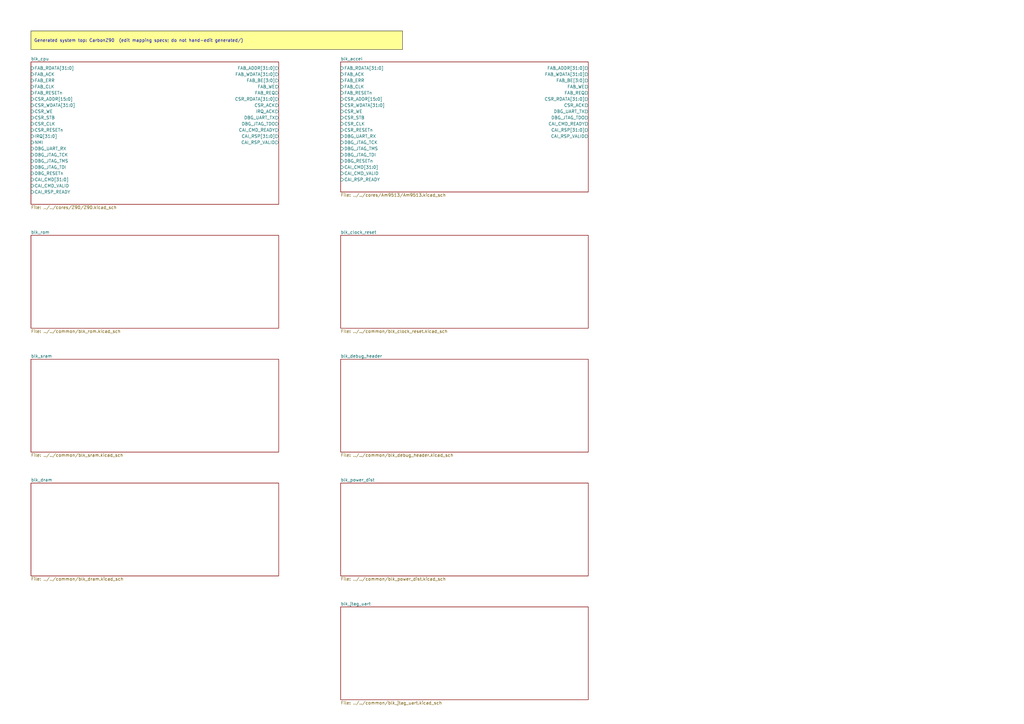
<source format=kicad_sch>
(kicad_sch
	(version 20250114)
	(generator "kicadgen")
	(generator_version "0.1")
	(uuid "f2ef5a7e-a73c-548b-803c-6e0eb8288b7a")
	(paper "A3")
	(title_block
		(title "CarbonZ90 (generated)")
		(company "Project Carbon")
		(comment 1 "Generated - do not edit in generated/")
		(comment 2 "Edit in schem/kicad9/manual/ or refine mapping specs")
	)
	(lib_symbols)
	(text_box
		"Generated system top: CarbonZ90  (edit mapping specs; do not hand-edit generated/)"
		(exclude_from_sim no)
		(at
			12.7
			12.7
			0
		)
		(size 152.4 7.62)
		(margins
			1.27
			1.27
			1.27
			1.27
		)
		(stroke
			(width 0)
			(type default)
			(color
				0
				0
				0
				1
			)
		)
		(fill
			(type color)
			(color
				255
				255
				150
				1
			)
		)
		(effects
			(font
				(size 1.27 1.27)
			)
			(justify left)
		)
		(uuid "ef6269dc-b658-54a5-9c9d-0a9255f642ec")
	)
	(sheet
		(at 12.7 25.4)
		(size 101.6 58.42)
		(exclude_from_sim no)
		(in_bom yes)
		(on_board yes)
		(dnp no)
		(stroke
			(width 0)
			(type solid)
		)
		(fill
			(color
				0
				0
				0
				0
			)
		)
		(uuid "d1c177dd-0b2e-58c3-be59-5d8d9b293677")
		(property
			"Sheetname"
			"blk_cpu"
			(at
				12.7
				24.13
				0
			)
			(effects
				(font
					(size 1.27 1.27)
				)
				(justify left)
			)
		)
		(property
			"Sheetfile"
			"../../cores/Z90/Z90.kicad_sch"
			(at
				12.7
				85.09
				0
			)
			(effects
				(font
					(size 1.27 1.27)
				)
				(justify left)
			)
		)
		(pin
			"FAB_RDATA[31:0]"
			input
			(at
				12.7
				27.94
				180
			)
			(uuid "7b39e4e9-83ec-5221-a0f6-ae94294d4e62")
			(effects
				(font
					(size 1.27 1.27)
				)
				(justify left)
			)
		)
		(pin
			"FAB_ACK"
			input
			(at
				12.7
				30.48
				180
			)
			(uuid "c9e871e2-f0e6-58d4-b369-6aad7648b0e9")
			(effects
				(font
					(size 1.27 1.27)
				)
				(justify left)
			)
		)
		(pin
			"FAB_ERR"
			input
			(at
				12.7
				33.02
				180
			)
			(uuid "e9e7776f-05ed-58a9-9364-3931ab93733a")
			(effects
				(font
					(size 1.27 1.27)
				)
				(justify left)
			)
		)
		(pin
			"FAB_CLK"
			input
			(at
				12.7
				35.56
				180
			)
			(uuid "560c3c7c-43a8-5bd3-af61-96519bae09b8")
			(effects
				(font
					(size 1.27 1.27)
				)
				(justify left)
			)
		)
		(pin
			"FAB_RESETn"
			input
			(at
				12.7
				38.1
				180
			)
			(uuid "a715db36-cc03-58d8-a304-bf5a07d69296")
			(effects
				(font
					(size 1.27 1.27)
				)
				(justify left)
			)
		)
		(pin
			"CSR_ADDR[15:0]"
			input
			(at
				12.7
				40.64
				180
			)
			(uuid "49b16e92-00c2-5d93-bea8-5f92e7681319")
			(effects
				(font
					(size 1.27 1.27)
				)
				(justify left)
			)
		)
		(pin
			"CSR_WDATA[31:0]"
			input
			(at
				12.7
				43.18
				180
			)
			(uuid "689a20bb-8618-5553-8713-c8adfcf84c71")
			(effects
				(font
					(size 1.27 1.27)
				)
				(justify left)
			)
		)
		(pin
			"CSR_WE"
			input
			(at
				12.7
				45.72
				180
			)
			(uuid "e91a76ea-629a-5eae-adaf-360adcd7e1cd")
			(effects
				(font
					(size 1.27 1.27)
				)
				(justify left)
			)
		)
		(pin
			"CSR_STB"
			input
			(at
				12.7
				48.26
				180
			)
			(uuid "c15e7fe2-97c5-5b6d-921f-72c9ba80eaa3")
			(effects
				(font
					(size 1.27 1.27)
				)
				(justify left)
			)
		)
		(pin
			"CSR_CLK"
			input
			(at
				12.7
				50.8
				180
			)
			(uuid "414a1a31-afcc-5739-af5e-b8349b4998f3")
			(effects
				(font
					(size 1.27 1.27)
				)
				(justify left)
			)
		)
		(pin
			"CSR_RESETn"
			input
			(at
				12.7
				53.34
				180
			)
			(uuid "10fc71a5-9867-5985-bd3c-d16b95fb605d")
			(effects
				(font
					(size 1.27 1.27)
				)
				(justify left)
			)
		)
		(pin
			"IRQ[31:0]"
			input
			(at
				12.7
				55.88
				180
			)
			(uuid "98d4c7d4-8cc8-5ab9-8089-43bf85586b41")
			(effects
				(font
					(size 1.27 1.27)
				)
				(justify left)
			)
		)
		(pin
			"NMI"
			input
			(at
				12.7
				58.42
				180
			)
			(uuid "b7656cec-dcad-51d6-9462-cf561158a78e")
			(effects
				(font
					(size 1.27 1.27)
				)
				(justify left)
			)
		)
		(pin
			"DBG_UART_RX"
			input
			(at
				12.7
				60.96
				180
			)
			(uuid "a857fe37-1b61-5ad3-96df-db979e2b9440")
			(effects
				(font
					(size 1.27 1.27)
				)
				(justify left)
			)
		)
		(pin
			"DBG_JTAG_TCK"
			input
			(at
				12.7
				63.5
				180
			)
			(uuid "e06dc6c8-f4b3-56cf-ad5a-bc23f1f12657")
			(effects
				(font
					(size 1.27 1.27)
				)
				(justify left)
			)
		)
		(pin
			"DBG_JTAG_TMS"
			input
			(at
				12.7
				66.04
				180
			)
			(uuid "31e1c3b2-66c0-5142-9ad8-45e7f74aeb9a")
			(effects
				(font
					(size 1.27 1.27)
				)
				(justify left)
			)
		)
		(pin
			"DBG_JTAG_TDI"
			input
			(at
				12.7
				68.58
				180
			)
			(uuid "26c5f894-462a-53d8-83ce-0b2cc253cb67")
			(effects
				(font
					(size 1.27 1.27)
				)
				(justify left)
			)
		)
		(pin
			"DBG_RESETn"
			input
			(at
				12.7
				71.12
				180
			)
			(uuid "4142c15c-f71c-5c85-9872-a80a8587d27b")
			(effects
				(font
					(size 1.27 1.27)
				)
				(justify left)
			)
		)
		(pin
			"CAI_CMD[31:0]"
			input
			(at
				12.7
				73.66
				180
			)
			(uuid "eccbcf05-3235-5cab-9cb8-7bce090e7b5c")
			(effects
				(font
					(size 1.27 1.27)
				)
				(justify left)
			)
		)
		(pin
			"CAI_CMD_VALID"
			input
			(at
				12.7
				76.2
				180
			)
			(uuid "6e2067dc-3af2-5473-9ecd-ff1864ddebd6")
			(effects
				(font
					(size 1.27 1.27)
				)
				(justify left)
			)
		)
		(pin
			"CAI_RSP_READY"
			input
			(at
				12.7
				78.74
				180
			)
			(uuid "8eda66b4-56ce-5a35-bc9f-4c065cff4411")
			(effects
				(font
					(size 1.27 1.27)
				)
				(justify left)
			)
		)
		(pin
			"FAB_ADDR[31:0]"
			output
			(at
				114.3
				27.94
				0
			)
			(uuid "aacfff81-531e-5149-bf2c-1cdedf6ab079")
			(effects
				(font
					(size 1.27 1.27)
				)
				(justify right)
			)
		)
		(pin
			"FAB_WDATA[31:0]"
			output
			(at
				114.3
				30.48
				0
			)
			(uuid "fe1dd664-cf27-5714-a2c0-0bd88f2a52fd")
			(effects
				(font
					(size 1.27 1.27)
				)
				(justify right)
			)
		)
		(pin
			"FAB_BE[3:0]"
			output
			(at
				114.3
				33.02
				0
			)
			(uuid "1bf7f16e-53d0-504b-a300-10973cf87c3d")
			(effects
				(font
					(size 1.27 1.27)
				)
				(justify right)
			)
		)
		(pin
			"FAB_WE"
			output
			(at
				114.3
				35.56
				0
			)
			(uuid "b0546185-6eb9-54b8-bf1d-c77e80c6e14d")
			(effects
				(font
					(size 1.27 1.27)
				)
				(justify right)
			)
		)
		(pin
			"FAB_REQ"
			output
			(at
				114.3
				38.1
				0
			)
			(uuid "4eed1a5a-2193-5263-819a-6a6611123ebe")
			(effects
				(font
					(size 1.27 1.27)
				)
				(justify right)
			)
		)
		(pin
			"CSR_RDATA[31:0]"
			output
			(at
				114.3
				40.64
				0
			)
			(uuid "c68e200f-0a05-56ac-a900-2deb9922e80e")
			(effects
				(font
					(size 1.27 1.27)
				)
				(justify right)
			)
		)
		(pin
			"CSR_ACK"
			output
			(at
				114.3
				43.18
				0
			)
			(uuid "76b8270b-7d34-5536-be88-ef700b6716de")
			(effects
				(font
					(size 1.27 1.27)
				)
				(justify right)
			)
		)
		(pin
			"IRQ_ACK"
			output
			(at
				114.3
				45.72
				0
			)
			(uuid "97b140b3-6d41-5005-9143-8ba593103bc9")
			(effects
				(font
					(size 1.27 1.27)
				)
				(justify right)
			)
		)
		(pin
			"DBG_UART_TX"
			output
			(at
				114.3
				48.26
				0
			)
			(uuid "31e230e8-225c-52c7-a195-fe452ed1ba96")
			(effects
				(font
					(size 1.27 1.27)
				)
				(justify right)
			)
		)
		(pin
			"DBG_JTAG_TDO"
			output
			(at
				114.3
				50.8
				0
			)
			(uuid "c93c8678-61af-52aa-8ce4-a53cd2791512")
			(effects
				(font
					(size 1.27 1.27)
				)
				(justify right)
			)
		)
		(pin
			"CAI_CMD_READY"
			output
			(at
				114.3
				53.34
				0
			)
			(uuid "78d01d40-c04e-5373-807f-1962b8593095")
			(effects
				(font
					(size 1.27 1.27)
				)
				(justify right)
			)
		)
		(pin
			"CAI_RSP[31:0]"
			output
			(at
				114.3
				55.88
				0
			)
			(uuid "246d1ae3-ed50-5aa3-9527-e732c68570fd")
			(effects
				(font
					(size 1.27 1.27)
				)
				(justify right)
			)
		)
		(pin
			"CAI_RSP_VALID"
			output
			(at
				114.3
				58.42
				0
			)
			(uuid "73ca0084-e81f-5918-bc1a-402b5c0c4730")
			(effects
				(font
					(size 1.27 1.27)
				)
				(justify right)
			)
		)
		(instances
			(project
				"system_CarbonZ90"
				(path
					"/f2ef5a7e-a73c-548b-803c-6e0eb8288b7a"
					(page "2")
				)
			)
		)
	)
	(sheet
		(at 139.7 25.4)
		(size 101.6 53.34)
		(exclude_from_sim no)
		(in_bom yes)
		(on_board yes)
		(dnp no)
		(stroke
			(width 0)
			(type solid)
		)
		(fill
			(color
				0
				0
				0
				0
			)
		)
		(uuid "87469f17-b29a-5484-89ac-bab28fe0eb7e")
		(property
			"Sheetname"
			"blk_accel"
			(at
				139.7
				24.13
				0
			)
			(effects
				(font
					(size 1.27 1.27)
				)
				(justify left)
			)
		)
		(property
			"Sheetfile"
			"../../cores/Am9513/Am9513.kicad_sch"
			(at
				139.7
				80.01
				0
			)
			(effects
				(font
					(size 1.27 1.27)
				)
				(justify left)
			)
		)
		(pin
			"FAB_RDATA[31:0]"
			input
			(at
				139.7
				27.94
				180
			)
			(uuid "df3f9021-4d59-58f7-94b8-c5db05961be3")
			(effects
				(font
					(size 1.27 1.27)
				)
				(justify left)
			)
		)
		(pin
			"FAB_ACK"
			input
			(at
				139.7
				30.48
				180
			)
			(uuid "959e15d3-b275-518e-ae14-7a3ce2248437")
			(effects
				(font
					(size 1.27 1.27)
				)
				(justify left)
			)
		)
		(pin
			"FAB_ERR"
			input
			(at
				139.7
				33.02
				180
			)
			(uuid "4b0e7c91-47f1-5c8f-aad5-ff1f4e4596e8")
			(effects
				(font
					(size 1.27 1.27)
				)
				(justify left)
			)
		)
		(pin
			"FAB_CLK"
			input
			(at
				139.7
				35.56
				180
			)
			(uuid "9e53c70b-c0e4-5479-aa14-30930e6339a0")
			(effects
				(font
					(size 1.27 1.27)
				)
				(justify left)
			)
		)
		(pin
			"FAB_RESETn"
			input
			(at
				139.7
				38.1
				180
			)
			(uuid "3f1ea6b7-b78a-56a4-b755-b85168479ff6")
			(effects
				(font
					(size 1.27 1.27)
				)
				(justify left)
			)
		)
		(pin
			"CSR_ADDR[15:0]"
			input
			(at
				139.7
				40.64
				180
			)
			(uuid "82f26203-2d14-5597-86e7-15d764916d92")
			(effects
				(font
					(size 1.27 1.27)
				)
				(justify left)
			)
		)
		(pin
			"CSR_WDATA[31:0]"
			input
			(at
				139.7
				43.18
				180
			)
			(uuid "cae1bec0-f4ef-58a8-b8f7-5a20fc738a85")
			(effects
				(font
					(size 1.27 1.27)
				)
				(justify left)
			)
		)
		(pin
			"CSR_WE"
			input
			(at
				139.7
				45.72
				180
			)
			(uuid "3897baa7-444a-55c1-8a9b-7ab05c77aa9b")
			(effects
				(font
					(size 1.27 1.27)
				)
				(justify left)
			)
		)
		(pin
			"CSR_STB"
			input
			(at
				139.7
				48.26
				180
			)
			(uuid "b00e0a7d-7bd0-57e7-b459-c56077e42d3d")
			(effects
				(font
					(size 1.27 1.27)
				)
				(justify left)
			)
		)
		(pin
			"CSR_CLK"
			input
			(at
				139.7
				50.8
				180
			)
			(uuid "9728b196-c852-599e-ac6b-020e0a52fcef")
			(effects
				(font
					(size 1.27 1.27)
				)
				(justify left)
			)
		)
		(pin
			"CSR_RESETn"
			input
			(at
				139.7
				53.34
				180
			)
			(uuid "18131776-4907-5a9d-84f0-784a64b7f23a")
			(effects
				(font
					(size 1.27 1.27)
				)
				(justify left)
			)
		)
		(pin
			"DBG_UART_RX"
			input
			(at
				139.7
				55.88
				180
			)
			(uuid "d8a39ad4-48a4-5687-a32a-6732216396b0")
			(effects
				(font
					(size 1.27 1.27)
				)
				(justify left)
			)
		)
		(pin
			"DBG_JTAG_TCK"
			input
			(at
				139.7
				58.42
				180
			)
			(uuid "123479ae-b89c-5906-b9d7-d6e93f112353")
			(effects
				(font
					(size 1.27 1.27)
				)
				(justify left)
			)
		)
		(pin
			"DBG_JTAG_TMS"
			input
			(at
				139.7
				60.96
				180
			)
			(uuid "9b4a5921-2692-586d-9273-7c43d94668d2")
			(effects
				(font
					(size 1.27 1.27)
				)
				(justify left)
			)
		)
		(pin
			"DBG_JTAG_TDI"
			input
			(at
				139.7
				63.5
				180
			)
			(uuid "b20bf782-13e8-56fc-b9e2-e7e2e8ba2667")
			(effects
				(font
					(size 1.27 1.27)
				)
				(justify left)
			)
		)
		(pin
			"DBG_RESETn"
			input
			(at
				139.7
				66.04
				180
			)
			(uuid "37e20396-2734-5559-969a-4dc5ae2f0183")
			(effects
				(font
					(size 1.27 1.27)
				)
				(justify left)
			)
		)
		(pin
			"CAI_CMD[31:0]"
			input
			(at
				139.7
				68.58
				180
			)
			(uuid "35ed370d-8aeb-597f-8a9c-cd35fc919477")
			(effects
				(font
					(size 1.27 1.27)
				)
				(justify left)
			)
		)
		(pin
			"CAI_CMD_VALID"
			input
			(at
				139.7
				71.12
				180
			)
			(uuid "89c319f8-ad44-5586-85a3-fa951edfeb8f")
			(effects
				(font
					(size 1.27 1.27)
				)
				(justify left)
			)
		)
		(pin
			"CAI_RSP_READY"
			input
			(at
				139.7
				73.66
				180
			)
			(uuid "4c65ac48-4aa6-528e-bcee-e9340536aaeb")
			(effects
				(font
					(size 1.27 1.27)
				)
				(justify left)
			)
		)
		(pin
			"FAB_ADDR[31:0]"
			output
			(at
				241.3
				27.94
				0
			)
			(uuid "0affd327-9195-5c48-a24b-2fbf28b3cce9")
			(effects
				(font
					(size 1.27 1.27)
				)
				(justify right)
			)
		)
		(pin
			"FAB_WDATA[31:0]"
			output
			(at
				241.3
				30.48
				0
			)
			(uuid "d129f2db-5faf-5495-b597-03704038ffd3")
			(effects
				(font
					(size 1.27 1.27)
				)
				(justify right)
			)
		)
		(pin
			"FAB_BE[3:0]"
			output
			(at
				241.3
				33.02
				0
			)
			(uuid "296febd5-a241-510f-b128-fa6b717d866f")
			(effects
				(font
					(size 1.27 1.27)
				)
				(justify right)
			)
		)
		(pin
			"FAB_WE"
			output
			(at
				241.3
				35.56
				0
			)
			(uuid "382b7da1-cf53-5d0b-b6f7-06b3ab339307")
			(effects
				(font
					(size 1.27 1.27)
				)
				(justify right)
			)
		)
		(pin
			"FAB_REQ"
			output
			(at
				241.3
				38.1
				0
			)
			(uuid "f811f473-d0e6-5612-9977-4ca888d95bdc")
			(effects
				(font
					(size 1.27 1.27)
				)
				(justify right)
			)
		)
		(pin
			"CSR_RDATA[31:0]"
			output
			(at
				241.3
				40.64
				0
			)
			(uuid "4f1d9906-280c-534b-9d2d-72bc3ae2356b")
			(effects
				(font
					(size 1.27 1.27)
				)
				(justify right)
			)
		)
		(pin
			"CSR_ACK"
			output
			(at
				241.3
				43.18
				0
			)
			(uuid "ad4f4c01-1539-52a5-a779-a417672a5f8d")
			(effects
				(font
					(size 1.27 1.27)
				)
				(justify right)
			)
		)
		(pin
			"DBG_UART_TX"
			output
			(at
				241.3
				45.72
				0
			)
			(uuid "9c2c043b-30c3-5154-abdb-43abe292535a")
			(effects
				(font
					(size 1.27 1.27)
				)
				(justify right)
			)
		)
		(pin
			"DBG_JTAG_TDO"
			output
			(at
				241.3
				48.26
				0
			)
			(uuid "1f1f026a-8538-52d8-b708-77aefe1c9a40")
			(effects
				(font
					(size 1.27 1.27)
				)
				(justify right)
			)
		)
		(pin
			"CAI_CMD_READY"
			output
			(at
				241.3
				50.8
				0
			)
			(uuid "85d6a909-a68c-56d5-ac31-93d2946af0e3")
			(effects
				(font
					(size 1.27 1.27)
				)
				(justify right)
			)
		)
		(pin
			"CAI_RSP[31:0]"
			output
			(at
				241.3
				53.34
				0
			)
			(uuid "c1affcda-f9ed-5208-8e93-6ca70373c9c5")
			(effects
				(font
					(size 1.27 1.27)
				)
				(justify right)
			)
		)
		(pin
			"CAI_RSP_VALID"
			output
			(at
				241.3
				55.88
				0
			)
			(uuid "e0060d44-e432-5d0d-98ee-bee6b9d89b9e")
			(effects
				(font
					(size 1.27 1.27)
				)
				(justify right)
			)
		)
		(instances
			(project
				"system_CarbonZ90"
				(path
					"/f2ef5a7e-a73c-548b-803c-6e0eb8288b7a"
					(page "3")
				)
			)
		)
	)
	(sheet
		(at 12.7 96.52)
		(size 101.6 38.1)
		(exclude_from_sim no)
		(in_bom yes)
		(on_board yes)
		(dnp no)
		(stroke
			(width 0)
			(type solid)
		)
		(fill
			(color
				0
				0
				0
				0
			)
		)
		(uuid "e6053e5a-8c68-59f0-bc93-ad542b5d94ab")
		(property
			"Sheetname"
			"blk_rom"
			(at
				12.7
				95.25
				0
			)
			(effects
				(font
					(size 1.27 1.27)
				)
				(justify left)
			)
		)
		(property
			"Sheetfile"
			"../../common/blk_rom.kicad_sch"
			(at
				12.7
				135.89
				0
			)
			(effects
				(font
					(size 1.27 1.27)
				)
				(justify left)
			)
		)
		(instances
			(project
				"system_CarbonZ90"
				(path
					"/f2ef5a7e-a73c-548b-803c-6e0eb8288b7a"
					(page "4")
				)
			)
		)
	)
	(sheet
		(at 12.7 147.32)
		(size 101.6 38.1)
		(exclude_from_sim no)
		(in_bom yes)
		(on_board yes)
		(dnp no)
		(stroke
			(width 0)
			(type solid)
		)
		(fill
			(color
				0
				0
				0
				0
			)
		)
		(uuid "5d9e8633-0b32-5a14-9dd6-67bc5ea8fdbd")
		(property
			"Sheetname"
			"blk_sram"
			(at
				12.7
				146.05
				0
			)
			(effects
				(font
					(size 1.27 1.27)
				)
				(justify left)
			)
		)
		(property
			"Sheetfile"
			"../../common/blk_sram.kicad_sch"
			(at
				12.7
				186.69
				0
			)
			(effects
				(font
					(size 1.27 1.27)
				)
				(justify left)
			)
		)
		(instances
			(project
				"system_CarbonZ90"
				(path
					"/f2ef5a7e-a73c-548b-803c-6e0eb8288b7a"
					(page "5")
				)
			)
		)
	)
	(sheet
		(at 12.7 198.12)
		(size 101.6 38.1)
		(exclude_from_sim no)
		(in_bom yes)
		(on_board yes)
		(dnp no)
		(stroke
			(width 0)
			(type solid)
		)
		(fill
			(color
				0
				0
				0
				0
			)
		)
		(uuid "bc5cdead-a83b-5421-a09c-3b64ec4a5a3d")
		(property
			"Sheetname"
			"blk_dram"
			(at
				12.7
				196.85
				0
			)
			(effects
				(font
					(size 1.27 1.27)
				)
				(justify left)
			)
		)
		(property
			"Sheetfile"
			"../../common/blk_dram.kicad_sch"
			(at
				12.7
				237.49
				0
			)
			(effects
				(font
					(size 1.27 1.27)
				)
				(justify left)
			)
		)
		(instances
			(project
				"system_CarbonZ90"
				(path
					"/f2ef5a7e-a73c-548b-803c-6e0eb8288b7a"
					(page "6")
				)
			)
		)
	)
	(sheet
		(at 139.7 96.52)
		(size 101.6 38.1)
		(exclude_from_sim no)
		(in_bom yes)
		(on_board yes)
		(dnp no)
		(stroke
			(width 0)
			(type solid)
		)
		(fill
			(color
				0
				0
				0
				0
			)
		)
		(uuid "7b7d1366-a69e-59bf-8378-d0d68d6cf29e")
		(property
			"Sheetname"
			"blk_clock_reset"
			(at
				139.7
				95.25
				0
			)
			(effects
				(font
					(size 1.27 1.27)
				)
				(justify left)
			)
		)
		(property
			"Sheetfile"
			"../../common/blk_clock_reset.kicad_sch"
			(at
				139.7
				135.89
				0
			)
			(effects
				(font
					(size 1.27 1.27)
				)
				(justify left)
			)
		)
		(instances
			(project
				"system_CarbonZ90"
				(path
					"/f2ef5a7e-a73c-548b-803c-6e0eb8288b7a"
					(page "7")
				)
			)
		)
	)
	(sheet
		(at 139.7 147.32)
		(size 101.6 38.1)
		(exclude_from_sim no)
		(in_bom yes)
		(on_board yes)
		(dnp no)
		(stroke
			(width 0)
			(type solid)
		)
		(fill
			(color
				0
				0
				0
				0
			)
		)
		(uuid "ae11d992-07c8-573f-9a38-f91519706c21")
		(property
			"Sheetname"
			"blk_debug_header"
			(at
				139.7
				146.05
				0
			)
			(effects
				(font
					(size 1.27 1.27)
				)
				(justify left)
			)
		)
		(property
			"Sheetfile"
			"../../common/blk_debug_header.kicad_sch"
			(at
				139.7
				186.69
				0
			)
			(effects
				(font
					(size 1.27 1.27)
				)
				(justify left)
			)
		)
		(instances
			(project
				"system_CarbonZ90"
				(path
					"/f2ef5a7e-a73c-548b-803c-6e0eb8288b7a"
					(page "8")
				)
			)
		)
	)
	(sheet
		(at 139.7 198.12)
		(size 101.6 38.1)
		(exclude_from_sim no)
		(in_bom yes)
		(on_board yes)
		(dnp no)
		(stroke
			(width 0)
			(type solid)
		)
		(fill
			(color
				0
				0
				0
				0
			)
		)
		(uuid "d653dc49-64ae-52ce-8601-b63cccae0f6e")
		(property
			"Sheetname"
			"blk_power_dist"
			(at
				139.7
				196.85
				0
			)
			(effects
				(font
					(size 1.27 1.27)
				)
				(justify left)
			)
		)
		(property
			"Sheetfile"
			"../../common/blk_power_dist.kicad_sch"
			(at
				139.7
				237.49
				0
			)
			(effects
				(font
					(size 1.27 1.27)
				)
				(justify left)
			)
		)
		(instances
			(project
				"system_CarbonZ90"
				(path
					"/f2ef5a7e-a73c-548b-803c-6e0eb8288b7a"
					(page "9")
				)
			)
		)
	)
	(sheet
		(at 139.7 248.92)
		(size 101.6 38.1)
		(exclude_from_sim no)
		(in_bom yes)
		(on_board yes)
		(dnp no)
		(stroke
			(width 0)
			(type solid)
		)
		(fill
			(color
				0
				0
				0
				0
			)
		)
		(uuid "013ddfe7-6626-5631-88d3-8a923527e5bb")
		(property
			"Sheetname"
			"blk_jtag_uart"
			(at
				139.7
				247.65
				0
			)
			(effects
				(font
					(size 1.27 1.27)
				)
				(justify left)
			)
		)
		(property
			"Sheetfile"
			"../../common/blk_jtag_uart.kicad_sch"
			(at
				139.7
				288.29
				0
			)
			(effects
				(font
					(size 1.27 1.27)
				)
				(justify left)
			)
		)
		(instances
			(project
				"system_CarbonZ90"
				(path
					"/f2ef5a7e-a73c-548b-803c-6e0eb8288b7a"
					(page "10")
				)
			)
		)
	)
	(sheet
		(at 139.7 299.72)
		(size 101.6 38.1)
		(exclude_from_sim no)
		(in_bom yes)
		(on_board yes)
		(dnp no)
		(stroke
			(width 0)
			(type solid)
		)
		(fill
			(color
				0
				0
				0
				0
			)
		)
		(uuid "5127286f-a7bc-51ad-8672-239324687fd3")
		(property
			"Sheetname"
			"blk_rc2014_adapter"
			(at
				139.7
				298.45
				0
			)
			(effects
				(font
					(size 1.27 1.27)
				)
				(justify left)
			)
		)
		(property
			"Sheetfile"
			"../../common/blk_rc2014_adapter.kicad_sch"
			(at
				139.7
				339.09
				0
			)
			(effects
				(font
					(size 1.27 1.27)
				)
				(justify left)
			)
		)
		(instances
			(project
				"system_CarbonZ90"
				(path
					"/f2ef5a7e-a73c-548b-803c-6e0eb8288b7a"
					(page "11")
				)
			)
		)
	)
	(sheet
		(at 139.7 350.52)
		(size 101.6 38.1)
		(exclude_from_sim no)
		(in_bom yes)
		(on_board yes)
		(dnp no)
		(stroke
			(width 0)
			(type solid)
		)
		(fill
			(color
				0
				0
				0
				0
			)
		)
		(uuid "08946990-94d7-59b0-8f34-a66a8d976388")
		(property
			"Sheetname"
			"blk_s100_adapter"
			(at
				139.7
				349.25
				0
			)
			(effects
				(font
					(size 1.27 1.27)
				)
				(justify left)
			)
		)
		(property
			"Sheetfile"
			"../../common/blk_s100_adapter.kicad_sch"
			(at
				139.7
				389.89
				0
			)
			(effects
				(font
					(size 1.27 1.27)
				)
				(justify left)
			)
		)
		(instances
			(project
				"system_CarbonZ90"
				(path
					"/f2ef5a7e-a73c-548b-803c-6e0eb8288b7a"
					(page "12")
				)
			)
		)
	)
	(sheet_instances
		(path
			"/"
			(page "1")
		)
	)
	(embedded_fonts no)
)

</source>
